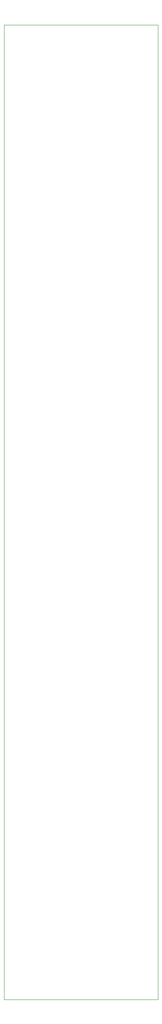
<source format=gbr>
G04 (created by PCBNEW (2013-07-07 BZR 4022)-stable) date 10/2/2014 12:43:44 AM*
%MOIN*%
G04 Gerber Fmt 3.4, Leading zero omitted, Abs format*
%FSLAX34Y34*%
G01*
G70*
G90*
G04 APERTURE LIST*
%ADD10C,0.00590551*%
%ADD11C,0.00393701*%
G04 APERTURE END LIST*
G54D10*
G54D11*
X86050Y-10500D02*
X73450Y-10500D01*
X86050Y-90200D02*
X73450Y-90200D01*
X73450Y-90200D02*
X73450Y-10500D01*
X86050Y-10500D02*
X86050Y-90200D01*
M02*

</source>
